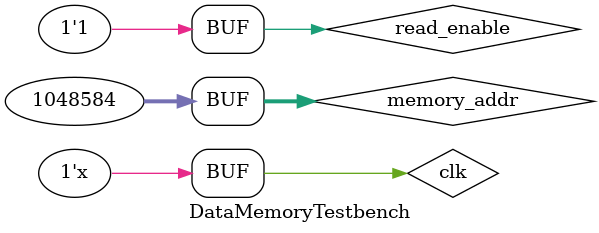
<source format=v>
`timescale 1ns / 1ps

module DataMemoryTestbench();
    reg clk, read_enable, write_enable;
    reg [3:0] byte_sel;
    reg [31:0] memory_addr, write_data;
    wire [31:0] read_data;
//    reg [2:0] data_type;

    DataMemory dut(
        .clk(clk),
        .read_enable(read_enable),
        .write_enable(write_enable),
        .byte_sel(byte_sel),
        .memory_addr(memory_addr),
        .write_data(write_data),
        .read_data(read_data)
    );
   reg i;
    initial begin
        clk = 0;
        memory_addr = 32'h00100000; // Address for first team number
        memory_addr = 32'h00100004; // Address for second team number
        memory_addr = 32'h00100008; // Address for third special number
        read_enable = 1;
//        write_data = 32'h12345678; // Data for writing
//        data_type = 1; // Half word
    end

    always #5 clk = ~clk;

//    initial begin
//        #5 write_enable = 1; // Enable write
//       #10 memory_addr = 32'h0000000c; // Address out of range
//        #10 memory_addr = 32'h8000000c; // Valid address to write to
//        #10;
//       memory_addr = 32'h80000010; // Next valid address
//    end

endmodule

</source>
